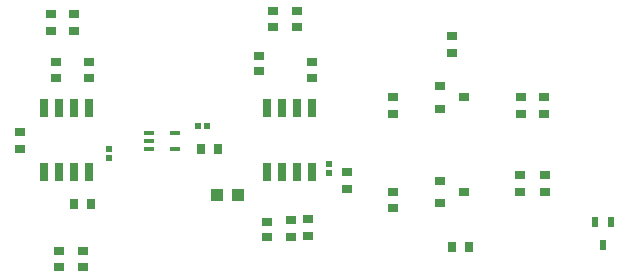
<source format=gbr>
G04*
G04 #@! TF.GenerationSoftware,Altium Limited,Altium Designer,23.8.1 (32)*
G04*
G04 Layer_Color=8421504*
%FSLAX43Y43*%
%MOMM*%
G71*
G04*
G04 #@! TF.SameCoordinates,4157314E-2F8B-4695-BFB2-F8FC6B21436D*
G04*
G04*
G04 #@! TF.FilePolarity,Positive*
G04*
G01*
G75*
%ADD13R,0.850X0.350*%
%ADD14R,0.850X0.350*%
%ADD15R,0.472X0.515*%
%ADD16R,0.515X0.472*%
%ADD17R,0.500X0.850*%
%ADD18R,0.900X0.700*%
%ADD19R,0.650X1.528*%
%ADD20R,0.900X0.800*%
%ADD21R,1.100X1.100*%
%ADD22R,0.850X0.800*%
%ADD23R,0.700X0.900*%
D13*
X30450Y15175D02*
D03*
Y13875D02*
D03*
X28250D02*
D03*
Y15175D02*
D03*
D14*
Y14525D02*
D03*
D15*
X43500Y12604D02*
D03*
Y11846D02*
D03*
X24875Y13804D02*
D03*
Y13046D02*
D03*
D16*
X33104Y15800D02*
D03*
X32346D02*
D03*
D17*
X66650Y5700D02*
D03*
X66000Y7650D02*
D03*
X67300D02*
D03*
D18*
X61700Y18200D02*
D03*
Y16800D02*
D03*
X59700Y18200D02*
D03*
Y16800D02*
D03*
X61725Y10200D02*
D03*
Y11600D02*
D03*
X59650Y10200D02*
D03*
Y11600D02*
D03*
X48875Y8800D02*
D03*
Y10200D02*
D03*
X45000Y10450D02*
D03*
Y11850D02*
D03*
X40225Y7825D02*
D03*
Y6425D02*
D03*
X41675Y7875D02*
D03*
Y6475D02*
D03*
X53875Y22000D02*
D03*
Y23400D02*
D03*
X42030Y21225D02*
D03*
Y19825D02*
D03*
X17325Y13875D02*
D03*
Y15275D02*
D03*
X23155Y21225D02*
D03*
Y19825D02*
D03*
X48875Y16800D02*
D03*
Y18200D02*
D03*
X20350Y19825D02*
D03*
Y21225D02*
D03*
X38760Y24125D02*
D03*
Y25525D02*
D03*
X20615Y5225D02*
D03*
Y3825D02*
D03*
X40760Y25525D02*
D03*
Y24125D02*
D03*
X19885Y23825D02*
D03*
Y25225D02*
D03*
X21885Y25225D02*
D03*
Y23825D02*
D03*
X22615Y5225D02*
D03*
Y3825D02*
D03*
D19*
X42030Y17336D02*
D03*
X40760D02*
D03*
X39490D02*
D03*
X38220D02*
D03*
Y11914D02*
D03*
X39490D02*
D03*
X40760D02*
D03*
X42030D02*
D03*
X23155Y17336D02*
D03*
X21885D02*
D03*
X20615D02*
D03*
X19345D02*
D03*
Y11914D02*
D03*
X20615D02*
D03*
X21885D02*
D03*
X23155D02*
D03*
D20*
X52875Y11150D02*
D03*
Y9250D02*
D03*
X54875Y10200D02*
D03*
X52875Y19150D02*
D03*
Y17250D02*
D03*
X54875Y18200D02*
D03*
D21*
X35775Y9975D02*
D03*
X33975D02*
D03*
D22*
X38225Y7651D02*
D03*
Y6399D02*
D03*
X37525Y21726D02*
D03*
Y20474D02*
D03*
D23*
X55275Y5550D02*
D03*
X53875D02*
D03*
X23300Y9175D02*
D03*
X21900D02*
D03*
X32650Y13875D02*
D03*
X34050D02*
D03*
M02*

</source>
